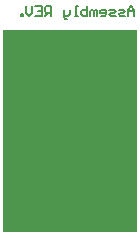
<source format=gbo>
G04*
G04 #@! TF.GenerationSoftware,Altium Limited,Altium Designer,21.6.1 (37)*
G04*
G04 Layer_Color=32896*
%FSLAX25Y25*%
%MOIN*%
G70*
G04*
G04 #@! TF.SameCoordinates,95DD4E70-6A61-474B-92DE-76CD3143066D*
G04*
G04*
G04 #@! TF.FilePolarity,Positive*
G04*
G01*
G75*
%ADD13C,0.00787*%
%ADD186R,0.44500X0.67700*%
D13*
X281513Y296037D02*
Y298136D01*
X280463Y299185D01*
X279414Y298136D01*
Y296037D01*
Y297611D01*
X281513D01*
X278364Y296037D02*
X276790D01*
X276265Y296562D01*
X276790Y297087D01*
X277839D01*
X278364Y297611D01*
X277839Y298136D01*
X276265D01*
X275215Y296037D02*
X273641D01*
X273116Y296562D01*
X273641Y297087D01*
X274691D01*
X275215Y297611D01*
X274691Y298136D01*
X273116D01*
X270493Y296037D02*
X271542D01*
X272067Y296562D01*
Y297611D01*
X271542Y298136D01*
X270493D01*
X269968Y297611D01*
Y297087D01*
X272067D01*
X268918Y296037D02*
Y298136D01*
X268393D01*
X267869Y297611D01*
Y296037D01*
Y297611D01*
X267344Y298136D01*
X266819Y297611D01*
Y296037D01*
X265770Y299185D02*
Y296037D01*
X264195D01*
X263671Y296562D01*
Y297087D01*
Y297611D01*
X264195Y298136D01*
X265770D01*
X262621Y296037D02*
X261572D01*
X262096D01*
Y299185D01*
X262621D01*
X259997Y298136D02*
Y296562D01*
X259472Y296037D01*
X257898D01*
Y295512D01*
X258423Y294987D01*
X258948D01*
X257898Y296037D02*
Y298136D01*
X253700Y296037D02*
Y299185D01*
X252126D01*
X251601Y298661D01*
Y297611D01*
X252126Y297087D01*
X253700D01*
X252650D02*
X251601Y296037D01*
X248452Y299185D02*
X250552D01*
Y296037D01*
X248452D01*
X250552Y297611D02*
X249502D01*
X247403Y299185D02*
Y297087D01*
X246353Y296037D01*
X245304Y297087D01*
Y299185D01*
X244254Y296037D02*
Y296562D01*
X243729D01*
Y296037D01*
X244254D01*
D186*
X260050Y257750D02*
D03*
M02*

</source>
